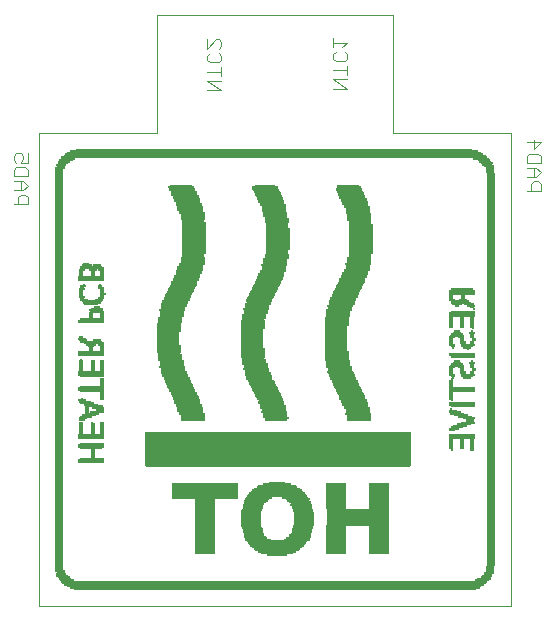
<source format=gbo>
G75*
%MOIN*%
%OFA0B0*%
%FSLAX24Y24*%
%IPPOS*%
%LPD*%
%AMOC8*
5,1,8,0,0,1.08239X$1,22.5*
%
%ADD10C,0.0039*%
%ADD11R,1.3398X0.0050*%
%ADD12R,1.3698X0.0050*%
%ADD13R,1.3848X0.0050*%
%ADD14R,1.4048X0.0050*%
%ADD15R,1.4148X0.0050*%
%ADD16R,1.4248X0.0050*%
%ADD17R,0.0500X0.0050*%
%ADD18R,0.0400X0.0050*%
%ADD19R,0.0450X0.0050*%
%ADD20R,0.0400X0.0050*%
%ADD21R,0.0350X0.0050*%
%ADD22R,0.0400X0.0050*%
%ADD23R,0.0350X0.0050*%
%ADD24R,0.0350X0.0050*%
%ADD25R,0.0300X0.0050*%
%ADD26R,0.0300X0.0050*%
%ADD27R,0.0300X0.0050*%
%ADD28R,0.0250X0.0050*%
%ADD29R,0.0300X0.0050*%
%ADD30R,0.0650X0.0050*%
%ADD31R,0.0650X0.0050*%
%ADD32R,0.1050X0.0050*%
%ADD33R,0.0700X0.0050*%
%ADD34R,0.1250X0.0050*%
%ADD35R,0.0650X0.0050*%
%ADD36R,0.0700X0.0050*%
%ADD37R,0.1450X0.0050*%
%ADD38R,0.0700X0.0050*%
%ADD39R,0.1550X0.0050*%
%ADD40R,0.1700X0.0050*%
%ADD41R,0.1800X0.0050*%
%ADD42R,0.1850X0.0050*%
%ADD43R,0.1950X0.0050*%
%ADD44R,0.2050X0.0050*%
%ADD45R,0.0850X0.0050*%
%ADD46R,0.0750X0.0050*%
%ADD47R,0.0800X0.0050*%
%ADD48R,0.0750X0.0050*%
%ADD49R,0.0750X0.0050*%
%ADD50R,0.0700X0.0050*%
%ADD51R,0.0750X0.0050*%
%ADD52R,0.0700X0.0050*%
%ADD53R,0.0700X0.0050*%
%ADD54R,0.0700X0.0050*%
%ADD55R,0.0650X0.0050*%
%ADD56R,0.2100X0.0050*%
%ADD57R,0.0700X0.0050*%
%ADD58R,0.2100X0.0050*%
%ADD59R,0.2100X0.0050*%
%ADD60R,0.2100X0.0050*%
%ADD61R,0.0800X0.0050*%
%ADD62R,0.0750X0.0050*%
%ADD63R,0.0800X0.0050*%
%ADD64R,0.0800X0.0050*%
%ADD65R,0.2200X0.0050*%
%ADD66R,0.0850X0.0050*%
%ADD67R,0.2050X0.0050*%
%ADD68R,0.2200X0.0050*%
%ADD69R,0.1950X0.0050*%
%ADD70R,0.2200X0.0050*%
%ADD71R,0.1750X0.0050*%
%ADD72R,0.2200X0.0050*%
%ADD73R,0.1650X0.0050*%
%ADD74R,0.1550X0.0050*%
%ADD75R,0.1350X0.0050*%
%ADD76R,0.0950X0.0050*%
%ADD77R,0.0550X0.0050*%
%ADD78R,0.8799X0.0050*%
%ADD79R,0.8899X0.0050*%
%ADD80R,0.0850X0.0050*%
%ADD81R,0.8899X0.0050*%
%ADD82R,0.8899X0.0050*%
%ADD83R,0.0150X0.0050*%
%ADD84R,0.8899X0.0050*%
%ADD85R,0.0150X0.0050*%
%ADD86R,0.0150X0.0050*%
%ADD87R,0.0100X0.0050*%
%ADD88R,0.0150X0.0050*%
%ADD89R,0.0150X0.0050*%
%ADD90R,0.0850X0.0050*%
%ADD91R,0.0150X0.0050*%
%ADD92R,0.0850X0.0050*%
%ADD93R,0.0150X0.0050*%
%ADD94R,0.0200X0.0050*%
%ADD95R,0.0350X0.0050*%
%ADD96R,0.0450X0.0050*%
%ADD97R,0.0100X0.0050*%
%ADD98R,0.0200X0.0050*%
%ADD99R,0.0800X0.0050*%
%ADD100R,0.0800X0.0050*%
%ADD101R,0.0800X0.0050*%
%ADD102R,0.0400X0.0050*%
%ADD103R,0.0800X0.0050*%
%ADD104R,0.0450X0.0050*%
%ADD105R,0.0500X0.0050*%
%ADD106R,0.0500X0.0050*%
%ADD107R,0.0450X0.0050*%
%ADD108R,0.0850X0.0050*%
%ADD109R,0.0250X0.0050*%
%ADD110R,0.0250X0.0050*%
%ADD111R,0.0850X0.0050*%
%ADD112R,0.0050X0.0050*%
%ADD113R,0.0600X0.0050*%
%ADD114R,0.0450X0.0050*%
%ADD115R,0.0850X0.0050*%
%ADD116R,0.0250X0.0050*%
%ADD117R,0.0100X0.0050*%
%ADD118R,0.0100X0.0050*%
%ADD119R,0.0900X0.0050*%
%ADD120R,0.0900X0.0050*%
%ADD121R,0.0900X0.0050*%
%ADD122R,0.0900X0.0050*%
%ADD123R,0.0900X0.0050*%
%ADD124R,0.0100X0.0050*%
%ADD125R,0.0050X0.0050*%
%ADD126R,0.0200X0.0050*%
%ADD127R,0.0900X0.0050*%
%ADD128R,0.0200X0.0050*%
%ADD129R,0.0200X0.0050*%
%ADD130R,0.0150X0.0050*%
%ADD131R,0.0200X0.0050*%
%ADD132R,0.0450X0.0050*%
%ADD133R,0.0050X0.0050*%
%ADD134R,0.0050X0.0050*%
%ADD135R,0.0200X0.0050*%
%ADD136R,0.0200X0.0050*%
%ADD137R,0.0750X0.0050*%
%ADD138R,0.0400X0.0050*%
%ADD139R,0.0500X0.0050*%
%ADD140R,0.0450X0.0050*%
%ADD141R,0.0600X0.0050*%
%ADD142R,0.0600X0.0050*%
%ADD143R,0.0250X0.0050*%
%ADD144R,0.0750X0.0050*%
%ADD145R,0.0400X0.0050*%
%ADD146R,0.0550X0.0050*%
%ADD147R,1.4098X0.0050*%
%ADD148R,1.3948X0.0050*%
%ADD149R,1.3648X0.0050*%
%ADD150R,1.3248X0.0050*%
%ADD151C,0.0040*%
D10*
X001158Y000120D02*
X016906Y000120D01*
X016906Y015868D01*
X012969Y015868D01*
X012969Y019805D01*
X005095Y019805D01*
X005095Y015868D01*
X001158Y015868D01*
X001158Y000120D01*
D11*
X009032Y000670D03*
D12*
X009032Y000720D03*
D13*
X009007Y000770D03*
X009007Y015218D03*
D14*
X009007Y000820D03*
D15*
X009007Y000870D03*
D16*
X009007Y000920D03*
X009007Y015068D03*
D17*
X002133Y015018D03*
X002083Y000970D03*
X015332Y006169D03*
X015932Y000970D03*
D18*
X015482Y006369D03*
X015082Y008169D03*
X015432Y008769D03*
X003133Y006719D03*
X002033Y001020D03*
D19*
X002058Y014968D03*
X016007Y001020D03*
D20*
X015082Y006069D03*
X016032Y014918D03*
X002683Y006919D03*
X001983Y001070D03*
X001983Y014918D03*
D21*
X002908Y008819D03*
X015107Y010168D03*
X015507Y010168D03*
X016157Y014768D03*
X016157Y001220D03*
X016057Y001070D03*
D22*
X015432Y007769D03*
X016082Y014868D03*
X001933Y001120D03*
D23*
X001958Y014868D03*
X016107Y001120D03*
D24*
X016107Y014818D03*
X002758Y011468D03*
X001858Y014718D03*
X001908Y014818D03*
X001858Y001270D03*
X001908Y001170D03*
D25*
X001833Y001370D03*
X001833Y001520D03*
X001833Y001869D03*
X001833Y002019D03*
X001833Y002119D03*
X001833Y002219D03*
X001833Y002369D03*
X001833Y002469D03*
X001833Y002619D03*
X001833Y002969D03*
X001833Y003069D03*
X001833Y003219D03*
X001833Y003319D03*
X001833Y003469D03*
X001833Y003569D03*
X001833Y003919D03*
X001833Y004069D03*
X001833Y004169D03*
X001833Y004319D03*
X001833Y004419D03*
X001833Y004519D03*
X001833Y004669D03*
X001833Y005019D03*
X001833Y005169D03*
X001833Y005269D03*
X001833Y005369D03*
X001833Y005519D03*
X001833Y005619D03*
X001833Y005769D03*
X001833Y006119D03*
X001833Y006219D03*
X001833Y006369D03*
X001833Y006469D03*
X001833Y006619D03*
X001833Y006719D03*
X001833Y007069D03*
X001833Y007219D03*
X001833Y007319D03*
X001833Y007469D03*
X001833Y007569D03*
X001833Y007669D03*
X001833Y007819D03*
X001833Y008169D03*
X001833Y008319D03*
X001833Y008419D03*
X001833Y008519D03*
X001833Y008669D03*
X001833Y008769D03*
X001833Y008919D03*
X001833Y009269D03*
X001833Y009369D03*
X001833Y009519D03*
X001833Y009618D03*
X001833Y009768D03*
X001833Y009868D03*
X001833Y010218D03*
X001833Y010368D03*
X001833Y010468D03*
X001833Y010618D03*
X001833Y010718D03*
X001833Y010818D03*
X001833Y010968D03*
X001833Y011318D03*
X001833Y011468D03*
X001833Y011568D03*
X001833Y011668D03*
X001833Y011818D03*
X001833Y011918D03*
X001833Y012068D03*
X001833Y012418D03*
X001833Y012518D03*
X001833Y012668D03*
X001833Y012768D03*
X001833Y012918D03*
X001833Y013018D03*
X001833Y013368D03*
X001833Y013518D03*
X001833Y013618D03*
X001833Y013768D03*
X001833Y013868D03*
X001833Y013968D03*
X001833Y014118D03*
X001833Y014468D03*
X001833Y014618D03*
X003183Y006619D03*
X002633Y006369D03*
X016132Y001170D03*
X016182Y001270D03*
X016182Y001370D03*
X016232Y001520D03*
X016232Y001869D03*
X016232Y002019D03*
X016232Y002119D03*
X016232Y002219D03*
X016232Y002369D03*
X016232Y002469D03*
X016232Y002619D03*
X016232Y002969D03*
X016232Y003069D03*
X016232Y003219D03*
X016232Y003319D03*
X016232Y003469D03*
X016232Y003569D03*
X016232Y003919D03*
X016232Y004069D03*
X016232Y004169D03*
X016232Y004319D03*
X016232Y004419D03*
X016232Y004519D03*
X016232Y004669D03*
X016232Y005019D03*
X016232Y005169D03*
X016232Y005269D03*
X016232Y005369D03*
X016232Y005519D03*
X016232Y005619D03*
X016232Y005769D03*
X016232Y006119D03*
X016232Y006219D03*
X016232Y006369D03*
X016232Y006469D03*
X016232Y006619D03*
X016232Y006719D03*
X016232Y007069D03*
X016232Y007219D03*
X016232Y007319D03*
X016232Y007469D03*
X016232Y007569D03*
X016232Y007669D03*
X016232Y007819D03*
X016232Y008169D03*
X016232Y008319D03*
X016232Y008419D03*
X016232Y008519D03*
X016232Y008669D03*
X016232Y008769D03*
X016232Y008919D03*
X016232Y009269D03*
X016232Y009369D03*
X016232Y009519D03*
X016232Y009618D03*
X016232Y009768D03*
X016232Y009868D03*
X016232Y010218D03*
X016232Y010368D03*
X016232Y010468D03*
X016232Y010618D03*
X016232Y010718D03*
X016232Y010818D03*
X016232Y010968D03*
X016232Y011318D03*
X016232Y011468D03*
X016232Y011568D03*
X016232Y011668D03*
X016232Y011818D03*
X016232Y011918D03*
X016232Y012068D03*
X016232Y012418D03*
X016232Y012518D03*
X016232Y012668D03*
X016232Y012768D03*
X016232Y012918D03*
X016232Y013018D03*
X016232Y013368D03*
X016232Y013518D03*
X016232Y013618D03*
X016232Y013768D03*
X016232Y013868D03*
X016232Y013968D03*
X016232Y014118D03*
X016232Y014468D03*
X016182Y014618D03*
X016182Y014718D03*
D26*
X016232Y014418D03*
X016232Y014318D03*
X016232Y014268D03*
X016232Y014168D03*
X016232Y014018D03*
X016232Y013818D03*
X016232Y013668D03*
X016232Y013468D03*
X016232Y013318D03*
X016232Y013218D03*
X016232Y013168D03*
X016232Y013068D03*
X016232Y012868D03*
X016232Y012718D03*
X016232Y012568D03*
X016232Y012368D03*
X016232Y012268D03*
X016232Y012218D03*
X016232Y012118D03*
X016232Y011968D03*
X016232Y011768D03*
X016232Y011618D03*
X016232Y011418D03*
X016232Y011268D03*
X016232Y011168D03*
X016232Y011118D03*
X016232Y011018D03*
X016232Y010868D03*
X016232Y010668D03*
X016232Y010518D03*
X016232Y010318D03*
X016232Y010168D03*
X016232Y010068D03*
X016232Y010018D03*
X016232Y009918D03*
X016232Y009718D03*
X016232Y009569D03*
X016232Y009419D03*
X016232Y009219D03*
X016232Y009119D03*
X016232Y009069D03*
X016232Y008969D03*
X016232Y008819D03*
X016232Y008619D03*
X016232Y008469D03*
X016232Y008269D03*
X016232Y008119D03*
X016232Y008019D03*
X016232Y007969D03*
X016232Y007869D03*
X016232Y007719D03*
X016232Y007519D03*
X016232Y007369D03*
X016232Y007169D03*
X016232Y007019D03*
X016232Y006919D03*
X016232Y006869D03*
X016232Y006769D03*
X016232Y006569D03*
X016232Y006419D03*
X016232Y006269D03*
X016232Y006069D03*
X016232Y005969D03*
X016232Y005919D03*
X016232Y005819D03*
X016232Y005669D03*
X016232Y005469D03*
X016232Y005319D03*
X016232Y005119D03*
X016232Y004969D03*
X016232Y004869D03*
X016232Y004819D03*
X016232Y004719D03*
X016232Y004569D03*
X016232Y004369D03*
X016232Y004219D03*
X016232Y004019D03*
X016232Y003869D03*
X016232Y003769D03*
X016232Y003719D03*
X016232Y003619D03*
X016232Y003419D03*
X016232Y003269D03*
X016232Y003119D03*
X016232Y002919D03*
X016232Y002819D03*
X016232Y002769D03*
X016232Y002669D03*
X016232Y002519D03*
X016232Y002319D03*
X016232Y002169D03*
X016232Y001969D03*
X016232Y001819D03*
X016232Y001719D03*
X016232Y001669D03*
X016232Y001570D03*
X015532Y006269D03*
X015432Y007719D03*
X015082Y009219D03*
X002633Y008969D03*
X001833Y008969D03*
X001833Y009069D03*
X001833Y009119D03*
X001833Y009219D03*
X001833Y009419D03*
X001833Y009569D03*
X001833Y009718D03*
X001833Y009918D03*
X001833Y010018D03*
X001833Y010068D03*
X001833Y010168D03*
X001833Y010318D03*
X001833Y010518D03*
X001833Y010668D03*
X001833Y010868D03*
X001833Y011018D03*
X001833Y011118D03*
X001833Y011168D03*
X001833Y011268D03*
X001833Y011418D03*
X001833Y011618D03*
X001833Y011768D03*
X001833Y011968D03*
X001833Y012118D03*
X001833Y012218D03*
X001833Y012268D03*
X001833Y012368D03*
X001833Y012568D03*
X001833Y012718D03*
X001833Y012868D03*
X001833Y013068D03*
X001833Y013168D03*
X001833Y013218D03*
X001833Y013318D03*
X001833Y013468D03*
X001833Y013668D03*
X001833Y013818D03*
X001833Y014018D03*
X001833Y014168D03*
X001833Y014268D03*
X001833Y014318D03*
X001833Y014418D03*
X001833Y014568D03*
X001883Y014768D03*
X001833Y008819D03*
X001833Y008619D03*
X001833Y008469D03*
X001833Y008269D03*
X001833Y008119D03*
X001833Y008019D03*
X001833Y007969D03*
X001833Y007869D03*
X001833Y007719D03*
X001833Y007519D03*
X001833Y007369D03*
X001833Y007169D03*
X001833Y007019D03*
X001833Y006919D03*
X001833Y006869D03*
X001833Y006769D03*
X001833Y006569D03*
X001833Y006419D03*
X001833Y006269D03*
X001833Y006069D03*
X001833Y005969D03*
X001833Y005919D03*
X001833Y005819D03*
X001833Y005669D03*
X001833Y005469D03*
X001833Y005319D03*
X001833Y005119D03*
X001833Y004969D03*
X001833Y004869D03*
X001833Y004819D03*
X001833Y004719D03*
X001833Y004569D03*
X001833Y004369D03*
X001833Y004219D03*
X001833Y004019D03*
X001833Y003869D03*
X001833Y003769D03*
X001833Y003719D03*
X001833Y003619D03*
X001833Y003419D03*
X001833Y003269D03*
X001833Y003119D03*
X001833Y002919D03*
X001833Y002819D03*
X001833Y002769D03*
X001833Y002669D03*
X001833Y002519D03*
X001833Y002319D03*
X001833Y002169D03*
X001833Y001969D03*
X001833Y001819D03*
X001833Y001719D03*
X001833Y001669D03*
X001833Y001570D03*
X001833Y001420D03*
X001883Y001220D03*
D27*
X001833Y001320D03*
X001833Y001470D03*
X001833Y001919D03*
X001833Y002069D03*
X001833Y002269D03*
X001833Y002419D03*
X001833Y002569D03*
X001833Y003019D03*
X001833Y003169D03*
X001833Y003369D03*
X001833Y003519D03*
X001833Y003969D03*
X001833Y004119D03*
X001833Y004269D03*
X001833Y004469D03*
X001833Y004619D03*
X001833Y005069D03*
X001833Y005219D03*
X001833Y005419D03*
X001833Y005569D03*
X001833Y005719D03*
X001833Y006169D03*
X001833Y006319D03*
X001833Y006519D03*
X001833Y006669D03*
X001833Y007119D03*
X001833Y007269D03*
X001833Y007419D03*
X001833Y007619D03*
X001833Y007769D03*
X001833Y008219D03*
X001833Y008369D03*
X001833Y008569D03*
X001833Y008719D03*
X001833Y008869D03*
X001833Y009319D03*
X001833Y009469D03*
X001833Y009668D03*
X001833Y009818D03*
X001833Y010268D03*
X001833Y010418D03*
X001833Y010568D03*
X001833Y010768D03*
X001833Y010918D03*
X001833Y011368D03*
X001833Y011518D03*
X001833Y011718D03*
X001833Y011868D03*
X001833Y012018D03*
X001833Y012468D03*
X001833Y012618D03*
X001833Y012818D03*
X001833Y012968D03*
X001833Y013418D03*
X001833Y013568D03*
X001833Y013718D03*
X001833Y013918D03*
X001833Y014068D03*
X001833Y014518D03*
X001833Y014668D03*
X015082Y008219D03*
X015432Y008719D03*
X016232Y008719D03*
X016232Y008869D03*
X016232Y008569D03*
X016232Y008369D03*
X016232Y008219D03*
X016232Y007769D03*
X016232Y007619D03*
X016232Y007419D03*
X016232Y007269D03*
X016232Y007119D03*
X016232Y006669D03*
X016232Y006519D03*
X016232Y006319D03*
X016232Y006169D03*
X016232Y005719D03*
X016232Y005569D03*
X016232Y005419D03*
X016232Y005219D03*
X016232Y005069D03*
X016232Y004619D03*
X016232Y004469D03*
X016232Y004269D03*
X016232Y004119D03*
X016232Y003969D03*
X016232Y003519D03*
X016232Y003369D03*
X016232Y003169D03*
X016232Y003019D03*
X016232Y002569D03*
X016232Y002419D03*
X016232Y002269D03*
X016232Y002069D03*
X016232Y001919D03*
X016232Y001470D03*
X016182Y001320D03*
X015532Y006319D03*
X016232Y009319D03*
X016232Y009469D03*
X016232Y009668D03*
X016232Y009818D03*
X016232Y010268D03*
X016232Y010418D03*
X016232Y010568D03*
X016232Y010768D03*
X016232Y010918D03*
X016232Y011368D03*
X016232Y011518D03*
X016232Y011718D03*
X016232Y011868D03*
X016232Y012018D03*
X016232Y012468D03*
X016232Y012618D03*
X016232Y012818D03*
X016232Y012968D03*
X016232Y013418D03*
X016232Y013568D03*
X016232Y013718D03*
X016232Y013918D03*
X016232Y014068D03*
X016232Y014518D03*
X016182Y014668D03*
D28*
X016207Y014568D03*
X016207Y001420D03*
X003108Y008969D03*
X003158Y010318D03*
X002658Y010318D03*
D29*
X001833Y010118D03*
X001833Y009968D03*
X001833Y009169D03*
X001833Y009019D03*
X001833Y008069D03*
X001833Y007919D03*
X001833Y006969D03*
X001833Y006819D03*
X001833Y006019D03*
X001833Y005869D03*
X001833Y004919D03*
X001833Y004769D03*
X001833Y003819D03*
X001833Y003669D03*
X001833Y002869D03*
X001833Y002719D03*
X001833Y001769D03*
X001833Y001619D03*
X001833Y011068D03*
X001833Y011218D03*
X001833Y012168D03*
X001833Y012318D03*
X001833Y013118D03*
X001833Y013268D03*
X001833Y014218D03*
X001833Y014368D03*
X016232Y014368D03*
X016232Y014218D03*
X016232Y013268D03*
X016232Y013118D03*
X016232Y012318D03*
X016232Y012168D03*
X016232Y011218D03*
X016232Y011068D03*
X016232Y010118D03*
X016232Y009968D03*
X016232Y009169D03*
X016232Y009019D03*
X016232Y008069D03*
X016232Y007919D03*
X016232Y006969D03*
X016232Y006819D03*
X016232Y006019D03*
X016232Y005869D03*
X016232Y004919D03*
X016232Y004769D03*
X016232Y003819D03*
X016232Y003669D03*
X016232Y002869D03*
X016232Y002719D03*
X016232Y001769D03*
X016232Y001619D03*
D30*
X012507Y001969D03*
X012507Y002169D03*
X012507Y002319D03*
X012507Y002519D03*
X012507Y002669D03*
X012507Y002769D03*
X012507Y003419D03*
X012507Y003619D03*
X012507Y003719D03*
X012507Y003769D03*
X012507Y003869D03*
X012507Y004019D03*
X011057Y004019D03*
X011057Y003869D03*
X011057Y003769D03*
X011057Y003719D03*
X011057Y003619D03*
X011057Y003419D03*
X011057Y002769D03*
X011057Y002669D03*
X011057Y002519D03*
X011057Y002319D03*
X011057Y002169D03*
X011057Y001969D03*
X009957Y002769D03*
X009957Y003269D03*
X009107Y001819D03*
D31*
X008257Y003319D03*
X009957Y003319D03*
X011057Y003469D03*
X011057Y003569D03*
X011057Y003919D03*
X011057Y004069D03*
X011057Y004169D03*
X011057Y002619D03*
X011057Y002469D03*
X011057Y002369D03*
X011057Y002219D03*
X011057Y002119D03*
X011057Y002019D03*
X011057Y001869D03*
X012507Y001869D03*
X012507Y002019D03*
X012507Y002119D03*
X012507Y002219D03*
X012507Y002369D03*
X012507Y002469D03*
X012507Y002619D03*
X012507Y003469D03*
X012507Y003569D03*
X012507Y003919D03*
X012507Y004069D03*
X012507Y004169D03*
X006708Y001869D03*
D32*
X009107Y001869D03*
D33*
X008232Y003019D03*
X008232Y003169D03*
X006683Y003169D03*
X006683Y003019D03*
X006683Y003369D03*
X006683Y003519D03*
X006683Y002569D03*
X006683Y002419D03*
X006683Y002269D03*
X006683Y002069D03*
X006683Y001919D03*
D34*
X009107Y001919D03*
X009107Y004119D03*
D35*
X011057Y004119D03*
X011057Y003969D03*
X011057Y003519D03*
X011057Y003369D03*
X011057Y002569D03*
X011057Y002419D03*
X011057Y002269D03*
X011057Y002069D03*
X011057Y001919D03*
X012507Y001919D03*
X012507Y002069D03*
X012507Y002269D03*
X012507Y002419D03*
X012507Y002569D03*
X012507Y003369D03*
X012507Y003519D03*
X012507Y003969D03*
X012507Y004119D03*
D36*
X008232Y003269D03*
X008232Y003119D03*
X008232Y002919D03*
X008232Y002819D03*
X008232Y002769D03*
X006683Y002769D03*
X006683Y002819D03*
X006683Y002919D03*
X006683Y003119D03*
X006683Y003269D03*
X006683Y003419D03*
X006683Y003619D03*
X006683Y002669D03*
X006683Y002519D03*
X006683Y002319D03*
X006683Y002169D03*
X006683Y001969D03*
D37*
X009107Y001969D03*
D38*
X008232Y002969D03*
X008232Y003069D03*
X008232Y003219D03*
X006683Y003219D03*
X006683Y003319D03*
X006683Y003469D03*
X006683Y003569D03*
X006683Y003069D03*
X006683Y002969D03*
X006683Y002619D03*
X006683Y002469D03*
X006683Y002369D03*
X006683Y002219D03*
X006683Y002119D03*
X006683Y002019D03*
D39*
X009107Y002019D03*
D40*
X009082Y002069D03*
D41*
X009082Y002119D03*
D42*
X009107Y002169D03*
X009107Y003869D03*
D43*
X009107Y002219D03*
D44*
X009107Y002269D03*
D45*
X009757Y002319D03*
X008457Y002319D03*
X008507Y003719D03*
X008957Y006769D03*
X008907Y006869D03*
X008907Y006919D03*
X008857Y007019D03*
X008607Y007519D03*
X008507Y007719D03*
X008457Y007869D03*
X008457Y010168D03*
X008507Y010318D03*
X008607Y010518D03*
X008857Y011018D03*
X008907Y011118D03*
X008907Y011168D03*
X008957Y011268D03*
X008957Y013468D03*
X008857Y013668D03*
X008807Y013818D03*
X006258Y013218D03*
X006108Y013668D03*
X006008Y013818D03*
X006108Y011118D03*
X006058Y011018D03*
X005758Y010318D03*
X005658Y010168D03*
X005658Y007869D03*
X005758Y007719D03*
X006008Y007169D03*
X006058Y007019D03*
X006108Y006919D03*
X006108Y006869D03*
X002908Y007369D03*
X002908Y007869D03*
X002908Y008469D03*
X002908Y009569D03*
X002908Y011018D03*
X002908Y005819D03*
X002908Y005469D03*
X002908Y004969D03*
X011307Y007719D03*
X011457Y007369D03*
X011607Y007019D03*
X011657Y006919D03*
X011707Y006869D03*
X011307Y010318D03*
X011457Y010668D03*
X011607Y011018D03*
X011657Y011118D03*
X011707Y011168D03*
X011657Y013668D03*
X015257Y010518D03*
X015257Y008469D03*
X015257Y007369D03*
X015257Y006869D03*
X015257Y005819D03*
D46*
X009907Y003469D03*
X008357Y003569D03*
X008407Y002369D03*
X005508Y008519D03*
X009107Y011918D03*
X009107Y012768D03*
X011457Y014118D03*
X011857Y012918D03*
X011857Y011818D03*
X005908Y014118D03*
D47*
X006283Y013018D03*
X006333Y012768D03*
X006333Y012668D03*
X006333Y012518D03*
X006333Y012418D03*
X006333Y012068D03*
X006333Y011918D03*
X006283Y011668D03*
X006283Y011568D03*
X005483Y009519D03*
X005483Y009369D03*
X005483Y009269D03*
X005483Y008769D03*
X005483Y008669D03*
X006283Y006469D03*
X006283Y006369D03*
X008282Y008419D03*
X008282Y008519D03*
X008282Y008669D03*
X008282Y009369D03*
X008282Y009519D03*
X008282Y009618D03*
X008482Y010218D03*
X009132Y012068D03*
X009132Y012418D03*
X009132Y012518D03*
X009132Y012668D03*
X008932Y013518D03*
X011782Y013368D03*
X011782Y011468D03*
X011132Y009868D03*
X011132Y009768D03*
X011082Y009618D03*
X011082Y009519D03*
X011082Y008519D03*
X011082Y008419D03*
X011082Y008319D03*
X011132Y008169D03*
X011782Y006619D03*
X009782Y002369D03*
X002933Y005019D03*
X002933Y005519D03*
D48*
X008307Y008369D03*
X008307Y009668D03*
X009107Y011868D03*
X009107Y012818D03*
X009057Y006319D03*
X008357Y002419D03*
D49*
X009857Y002419D03*
X011057Y008719D03*
X011057Y008869D03*
X011057Y009319D03*
X008257Y009319D03*
X008257Y008869D03*
X008257Y008719D03*
X005458Y008869D03*
X006308Y012968D03*
D50*
X008682Y014118D03*
X015232Y010218D03*
X009982Y003219D03*
X009982Y003069D03*
X009982Y002969D03*
X009932Y002619D03*
X008332Y002469D03*
X008282Y002619D03*
X008282Y003469D03*
D51*
X009857Y003569D03*
X009857Y002469D03*
X011057Y008669D03*
X011057Y008769D03*
X011057Y008919D03*
X011057Y009269D03*
X011057Y009369D03*
X008257Y009269D03*
X008257Y008919D03*
X008257Y008769D03*
X005458Y008919D03*
X002908Y008919D03*
X002908Y005369D03*
X006308Y011818D03*
X006308Y012918D03*
D52*
X008282Y003419D03*
X008282Y002669D03*
X008332Y002519D03*
X009882Y002519D03*
X009932Y002669D03*
X009982Y002819D03*
X009982Y002919D03*
X009982Y003119D03*
X009932Y003419D03*
D53*
X009932Y003369D03*
X009882Y003519D03*
X009982Y003169D03*
X009982Y003019D03*
X009932Y002569D03*
X008282Y002569D03*
X008282Y003369D03*
X008332Y003519D03*
X002983Y008869D03*
X002933Y010268D03*
D54*
X006683Y003669D03*
X006683Y002869D03*
X006683Y002719D03*
X008232Y002869D03*
D55*
X008257Y002719D03*
X009957Y002719D03*
X011057Y002719D03*
X011057Y003669D03*
X011057Y003819D03*
X012507Y003819D03*
X012507Y003669D03*
X012507Y002719D03*
D56*
X011782Y002819D03*
X011782Y002919D03*
X011782Y003119D03*
X011782Y003269D03*
D57*
X009982Y002869D03*
D58*
X011782Y002869D03*
D59*
X011782Y002969D03*
X011782Y003069D03*
X011782Y003219D03*
X011782Y003319D03*
D60*
X011782Y003169D03*
X011782Y003019D03*
D61*
X011832Y006419D03*
X011182Y007969D03*
X011182Y008019D03*
X011182Y010018D03*
X011182Y010068D03*
X011832Y011618D03*
X011882Y011968D03*
X011882Y012118D03*
X011882Y012218D03*
X011882Y012268D03*
X011882Y012368D03*
X011882Y012568D03*
X011882Y012718D03*
X011832Y013068D03*
X011832Y013168D03*
X009082Y011768D03*
X009032Y011618D03*
X008982Y011418D03*
X008432Y010068D03*
X008382Y009918D03*
X008332Y009718D03*
X008332Y008269D03*
X008382Y008119D03*
X008432Y007969D03*
X009032Y006419D03*
X008382Y003619D03*
X006233Y006569D03*
X005633Y007969D03*
X005633Y008019D03*
X005583Y008119D03*
X005583Y008269D03*
X005533Y008469D03*
X005533Y009569D03*
X005533Y009718D03*
X005583Y009918D03*
X005633Y010018D03*
X005633Y010068D03*
X006133Y011168D03*
X009032Y013168D03*
X009032Y013218D03*
X008982Y013318D03*
X015282Y009918D03*
X015282Y006769D03*
D62*
X011057Y008619D03*
X011057Y008819D03*
X011057Y008969D03*
X011057Y009069D03*
X011057Y009119D03*
X011057Y009219D03*
X011057Y009419D03*
X008257Y009219D03*
X008257Y009119D03*
X008257Y009069D03*
X008257Y008969D03*
X008257Y008819D03*
X005458Y008819D03*
X005458Y008969D03*
X005458Y009069D03*
X005458Y009119D03*
X005458Y009219D03*
X006308Y011768D03*
X002908Y011418D03*
X009807Y003619D03*
D63*
X008432Y003669D03*
X008432Y007919D03*
X008382Y008069D03*
X008382Y009968D03*
X008432Y010118D03*
X009032Y013118D03*
X008982Y013268D03*
X006233Y013268D03*
X011832Y013118D03*
X011882Y012318D03*
X011882Y012168D03*
D64*
X011782Y013268D03*
X009132Y012318D03*
X009132Y012168D03*
X008932Y011218D03*
X006333Y012168D03*
X006333Y012318D03*
X006283Y013118D03*
X008882Y006969D03*
X008932Y006819D03*
X009782Y003669D03*
D65*
X006683Y003719D03*
X006683Y003769D03*
X006683Y003869D03*
X006683Y004019D03*
D66*
X006158Y006769D03*
X005908Y007369D03*
X008407Y008019D03*
X009007Y006569D03*
X011557Y007169D03*
X011257Y010168D03*
X011557Y010868D03*
X011557Y013818D03*
X008707Y014018D03*
X006208Y013318D03*
X006158Y013468D03*
X006208Y011418D03*
X006158Y011268D03*
X005908Y010668D03*
X008407Y010018D03*
X009707Y003719D03*
D67*
X009107Y003769D03*
D68*
X006683Y003819D03*
D69*
X009107Y003819D03*
D70*
X006683Y003919D03*
X006683Y004069D03*
X006683Y004169D03*
D71*
X009107Y003919D03*
D72*
X006683Y003969D03*
X006683Y004119D03*
D73*
X009107Y003969D03*
D74*
X009107Y004019D03*
D75*
X009107Y004069D03*
D76*
X009107Y004169D03*
D77*
X009107Y004219D03*
D78*
X009132Y004769D03*
D79*
X009132Y004819D03*
X009132Y004869D03*
X009132Y004969D03*
X009132Y005119D03*
X009132Y005319D03*
X009132Y005469D03*
X009132Y005669D03*
X009132Y005819D03*
D80*
X011157Y008069D03*
X011657Y006969D03*
X011707Y006819D03*
X011157Y009968D03*
X011657Y011068D03*
X011707Y011218D03*
X008857Y011068D03*
X006108Y011068D03*
X005658Y010118D03*
X005658Y007919D03*
X006108Y006969D03*
X002908Y007919D03*
X002908Y004919D03*
X002908Y011068D03*
X015257Y006819D03*
D81*
X009132Y005869D03*
X009132Y004919D03*
D82*
X009132Y005019D03*
X009132Y005169D03*
X009132Y005269D03*
X009132Y005369D03*
X009132Y005519D03*
X009132Y005619D03*
X009132Y005769D03*
D83*
X014907Y005569D03*
X014907Y005419D03*
X014907Y007119D03*
X014907Y007419D03*
X014907Y007619D03*
X014907Y008869D03*
X014907Y009469D03*
X014907Y009668D03*
X014907Y010418D03*
X003258Y010418D03*
X003258Y010568D03*
X003208Y010768D03*
X002558Y010568D03*
X002908Y009818D03*
X003258Y009818D03*
X003258Y008719D03*
X002908Y008719D03*
X002958Y008219D03*
X003258Y008219D03*
X003258Y007619D03*
X003258Y007119D03*
X003258Y006169D03*
X002958Y006169D03*
X002558Y006169D03*
X002958Y005219D03*
X002958Y005069D03*
X002558Y008219D03*
D84*
X009132Y005719D03*
X009132Y005569D03*
X009132Y005419D03*
X009132Y005219D03*
X009132Y005069D03*
D85*
X014907Y005469D03*
X014907Y005669D03*
X014907Y007019D03*
X014907Y007169D03*
X014907Y007519D03*
X014907Y007869D03*
X014907Y007969D03*
X014907Y008019D03*
X014907Y008969D03*
X014907Y009419D03*
X014907Y009569D03*
X014907Y009718D03*
X003258Y009718D03*
X002908Y009718D03*
X002558Y009069D03*
X002908Y008619D03*
X003258Y008619D03*
X003258Y008269D03*
X003258Y008119D03*
X003258Y008019D03*
X003258Y007969D03*
X002958Y007969D03*
X002958Y008019D03*
X002958Y008119D03*
X002958Y008269D03*
X002558Y008269D03*
X002558Y008119D03*
X002558Y008019D03*
X002558Y007969D03*
X003258Y007519D03*
X003258Y007169D03*
X003258Y007019D03*
X003258Y006069D03*
X003258Y005969D03*
X003258Y005919D03*
X002958Y005919D03*
X002958Y005969D03*
X002958Y006069D03*
X002558Y006069D03*
X002558Y005969D03*
X002558Y005919D03*
X002958Y005319D03*
X002958Y005119D03*
X002558Y010518D03*
X002558Y011118D03*
X002558Y011168D03*
X002558Y011268D03*
X002958Y011268D03*
X002958Y011168D03*
X002958Y011118D03*
X003258Y011118D03*
X003258Y011168D03*
X003258Y011268D03*
X003258Y010668D03*
D86*
X003258Y010618D03*
X003258Y010468D03*
X003258Y009868D03*
X003258Y009768D03*
X002908Y009768D03*
X002908Y009868D03*
X002608Y010368D03*
X002558Y010468D03*
X002558Y010618D03*
X002608Y010718D03*
X003258Y008769D03*
X003258Y008669D03*
X002908Y008669D03*
X002958Y008169D03*
X003258Y008169D03*
X003258Y007669D03*
X003258Y007569D03*
X003258Y007469D03*
X003258Y007219D03*
X003258Y007069D03*
X003258Y006219D03*
X003258Y006119D03*
X002958Y006119D03*
X002558Y006119D03*
X002558Y006219D03*
X002958Y005269D03*
X002958Y005169D03*
X002558Y008169D03*
X014907Y007569D03*
X014907Y007469D03*
X014907Y007219D03*
X014907Y007069D03*
X014907Y005619D03*
X014907Y005519D03*
X014907Y005369D03*
X014907Y008919D03*
X014907Y009519D03*
X014907Y009618D03*
X014907Y010368D03*
X014907Y010468D03*
D87*
X015582Y008269D03*
X014932Y005319D03*
D88*
X015257Y005469D03*
X015257Y005669D03*
X015607Y005669D03*
X015607Y005469D03*
X015607Y005319D03*
X015607Y007869D03*
X015657Y007969D03*
X015657Y008019D03*
X015607Y008119D03*
X015257Y008019D03*
X015257Y007969D03*
X015257Y008969D03*
X015607Y009069D03*
X015607Y009119D03*
X015657Y008969D03*
X015607Y009419D03*
X015607Y009569D03*
X015607Y009718D03*
X015257Y009718D03*
X015257Y009569D03*
X015257Y009419D03*
X015607Y010068D03*
X002758Y006569D03*
D89*
X002758Y006619D03*
X002758Y006719D03*
X014957Y008769D03*
X015607Y008919D03*
X015607Y009519D03*
X015607Y009618D03*
X015257Y009618D03*
X015257Y009519D03*
X015307Y010368D03*
X015307Y010468D03*
X015607Y008169D03*
X015607Y005619D03*
X015607Y005519D03*
X015607Y005369D03*
X015257Y005369D03*
X015257Y005519D03*
X015257Y005619D03*
D90*
X015257Y005719D03*
X015257Y007269D03*
X015257Y009818D03*
X015257Y010568D03*
X011807Y011518D03*
X011407Y010568D03*
X011357Y010418D03*
X008807Y010918D03*
X008557Y010418D03*
X008507Y010268D03*
X006258Y011518D03*
X006008Y010918D03*
X005958Y010768D03*
X005708Y010268D03*
X005708Y007769D03*
X006258Y006519D03*
X008507Y007769D03*
X008557Y007619D03*
X008657Y007419D03*
X008807Y007119D03*
X011357Y007619D03*
X011807Y006519D03*
X011757Y013418D03*
X011707Y013568D03*
X011607Y013718D03*
X008907Y013568D03*
X008857Y013718D03*
X006058Y013718D03*
X002908Y008569D03*
X002908Y005719D03*
X002908Y005419D03*
D91*
X002758Y006669D03*
X014957Y007769D03*
X015607Y008869D03*
X015607Y009469D03*
X015607Y009668D03*
X015257Y009668D03*
X015257Y009469D03*
X015307Y010418D03*
X015257Y005569D03*
X015257Y005419D03*
X015607Y005419D03*
X015607Y005569D03*
D92*
X015257Y005769D03*
X015257Y007319D03*
X015257Y008519D03*
X015257Y009768D03*
X015257Y009868D03*
X015257Y010618D03*
X011757Y011318D03*
X011607Y010968D03*
X011357Y010468D03*
X011307Y010368D03*
X011307Y007669D03*
X011357Y007569D03*
X011407Y007469D03*
X011607Y007069D03*
X011757Y006719D03*
X008957Y006719D03*
X008507Y007669D03*
X008457Y007819D03*
X006058Y007069D03*
X005808Y007569D03*
X005758Y007669D03*
X005708Y007819D03*
X005708Y010218D03*
X005758Y010368D03*
X005808Y010468D03*
X006058Y010968D03*
X006108Y013618D03*
X006058Y013768D03*
X008907Y013618D03*
X011607Y013768D03*
X011657Y013618D03*
X011707Y013518D03*
X008657Y010618D03*
X002908Y010968D03*
X002908Y009618D03*
X002908Y008519D03*
X002908Y007819D03*
X002908Y007319D03*
X002908Y005769D03*
D93*
X002958Y005869D03*
X002958Y006019D03*
X003258Y006019D03*
X003258Y005869D03*
X002558Y005869D03*
X002558Y006019D03*
X002558Y008069D03*
X002958Y008069D03*
X003258Y008069D03*
X003258Y011218D03*
X002958Y011218D03*
X002558Y011218D03*
X014907Y009019D03*
X015107Y010118D03*
X014907Y007919D03*
D94*
X015082Y008269D03*
X014932Y008819D03*
X014932Y009069D03*
X015232Y009069D03*
X015582Y009219D03*
X014932Y010318D03*
X014932Y005969D03*
X003283Y010518D03*
X002583Y010668D03*
X003233Y008819D03*
D95*
X015007Y006019D03*
D96*
X015207Y006119D03*
X015457Y006219D03*
X015457Y007819D03*
D97*
X002933Y006219D03*
D98*
X002583Y006319D03*
X002583Y010418D03*
X002633Y010768D03*
X015582Y008219D03*
D99*
X011782Y006669D03*
X011132Y008219D03*
X011082Y008369D03*
X011082Y008569D03*
X011082Y009469D03*
X011082Y009668D03*
X011132Y009818D03*
X011782Y011368D03*
X009132Y012018D03*
X009132Y012468D03*
X009132Y012618D03*
X006333Y012618D03*
X006333Y012468D03*
X006333Y012818D03*
X006333Y012018D03*
X006333Y011868D03*
X006283Y011718D03*
X005483Y009469D03*
X005483Y009319D03*
X005483Y008719D03*
X005483Y008569D03*
X006283Y006319D03*
X008282Y008569D03*
X008282Y009469D03*
X002933Y009668D03*
X002933Y011368D03*
X002933Y007769D03*
X002933Y007419D03*
X002933Y007269D03*
D100*
X005583Y008219D03*
X005533Y008369D03*
X005533Y009668D03*
X005583Y009818D03*
X008332Y009818D03*
X008332Y008219D03*
X008982Y006669D03*
X009032Y006519D03*
X011832Y006319D03*
X008982Y011368D03*
X009032Y011518D03*
X009082Y011718D03*
X009082Y012968D03*
X008982Y013418D03*
X011482Y014068D03*
X011832Y012968D03*
X011882Y012818D03*
X011882Y012618D03*
X011882Y012468D03*
X011882Y012018D03*
X011882Y011868D03*
X011832Y011718D03*
X006133Y013568D03*
D101*
X006233Y011468D03*
X005583Y009868D03*
X005583Y009768D03*
X005533Y009618D03*
X005533Y008419D03*
X005533Y008319D03*
X005583Y008169D03*
X008332Y008319D03*
X008332Y009768D03*
X008382Y009868D03*
X008982Y011318D03*
X009032Y011568D03*
X009032Y011668D03*
X009082Y011818D03*
X009082Y012918D03*
X009082Y013018D03*
X008982Y013368D03*
X011832Y013018D03*
X011882Y012768D03*
X011882Y012668D03*
X011882Y012518D03*
X011882Y012418D03*
X011882Y012068D03*
X011882Y011918D03*
X011832Y011668D03*
X011832Y011568D03*
X015282Y008419D03*
X011832Y006469D03*
X011832Y006369D03*
X009082Y006369D03*
X009032Y006469D03*
X008982Y006619D03*
D102*
X015032Y006569D03*
X003083Y010018D03*
X002733Y006419D03*
D103*
X005483Y008619D03*
X005483Y009419D03*
X006283Y011618D03*
X006333Y011968D03*
X006333Y012118D03*
X006333Y012218D03*
X006333Y012268D03*
X006333Y012368D03*
X006333Y012568D03*
X006333Y012718D03*
X006333Y012868D03*
X006283Y013068D03*
X006283Y013168D03*
X009132Y012568D03*
X009132Y012368D03*
X009132Y012268D03*
X009132Y012218D03*
X009132Y012118D03*
X011132Y009918D03*
X011082Y009718D03*
X011082Y009569D03*
X011082Y008469D03*
X011132Y008269D03*
X011132Y008119D03*
X011732Y006769D03*
X011782Y006569D03*
X008282Y008469D03*
X008282Y008619D03*
X008282Y009419D03*
X008282Y009569D03*
X006283Y006419D03*
X011732Y011268D03*
X011782Y011418D03*
X011782Y013218D03*
X011782Y013318D03*
X011732Y013468D03*
D104*
X015357Y006419D03*
X003108Y006569D03*
X002758Y006869D03*
D105*
X002833Y006469D03*
X015232Y006469D03*
D106*
X002933Y006519D03*
D107*
X015107Y006519D03*
D108*
X011257Y007819D03*
X011257Y010218D03*
X009007Y011468D03*
X008757Y010818D03*
X008707Y010718D03*
X006208Y011318D03*
X006208Y013368D03*
X006158Y013518D03*
X008357Y008169D03*
X008707Y007319D03*
X008757Y007219D03*
X006208Y006719D03*
X006208Y006619D03*
X005858Y007469D03*
X011557Y013868D03*
X011507Y013968D03*
D109*
X014957Y006619D03*
X003108Y011468D03*
X002958Y011318D03*
D110*
X003208Y006669D03*
D111*
X005858Y007419D03*
X006208Y006669D03*
X005858Y010568D03*
X006208Y011368D03*
X006208Y013418D03*
X005908Y014068D03*
X008707Y014068D03*
X008757Y013918D03*
X011507Y010768D03*
X011257Y010268D03*
X011257Y007769D03*
X011507Y007269D03*
D112*
X014907Y006669D03*
X014957Y008719D03*
D113*
X002983Y006769D03*
D114*
X002908Y006819D03*
D115*
X005608Y008069D03*
X006158Y006819D03*
X005608Y009968D03*
X006158Y011218D03*
X011207Y010118D03*
X011207Y007919D03*
D116*
X015557Y010118D03*
X002608Y009019D03*
X002608Y006969D03*
D117*
X014932Y006969D03*
D118*
X002583Y007019D03*
D119*
X005933Y007319D03*
X005983Y007219D03*
X008582Y007569D03*
X008632Y007469D03*
X008832Y007069D03*
X011482Y007319D03*
X008582Y010468D03*
X008532Y010368D03*
X008832Y010968D03*
X011432Y010618D03*
X011482Y010718D03*
X008832Y013768D03*
X008782Y013868D03*
X005983Y013868D03*
X005933Y013968D03*
X005983Y010818D03*
X005933Y010718D03*
D120*
X005783Y010418D03*
X005783Y007619D03*
X005933Y007269D03*
X006033Y007119D03*
X008632Y010568D03*
X011582Y010918D03*
X011432Y007419D03*
X011582Y007119D03*
X005983Y013918D03*
D121*
X005933Y014018D03*
X005983Y010868D03*
X005833Y010518D03*
X008682Y010668D03*
X008782Y010868D03*
X011382Y010518D03*
X011382Y007519D03*
X008782Y007169D03*
X008682Y007369D03*
X005833Y007519D03*
X011482Y014018D03*
D122*
X008732Y013968D03*
X011532Y010818D03*
X011532Y007219D03*
X005883Y010618D03*
D123*
X008732Y010768D03*
X011532Y013918D03*
X008732Y007269D03*
D124*
X014932Y007669D03*
X015582Y009269D03*
X015632Y009369D03*
D125*
X015657Y010018D03*
X014957Y007719D03*
D126*
X014932Y007819D03*
X015082Y009269D03*
X003233Y010368D03*
X003233Y010718D03*
X003233Y011318D03*
X002583Y011318D03*
X002883Y008769D03*
D127*
X011232Y007869D03*
D128*
X015282Y007869D03*
X003083Y010068D03*
D129*
X015282Y007919D03*
D130*
X015607Y007919D03*
X015607Y008069D03*
X015657Y009019D03*
X015607Y009169D03*
X015257Y009019D03*
D131*
X015232Y008069D03*
X014932Y008069D03*
D132*
X015107Y008119D03*
X015457Y008819D03*
X015107Y009119D03*
X002908Y010168D03*
D133*
X003208Y010818D03*
X002558Y008319D03*
D134*
X002658Y010818D03*
X015457Y008669D03*
D135*
X015282Y008869D03*
X002733Y011518D03*
D136*
X015282Y008919D03*
D137*
X011057Y009019D03*
X011057Y009169D03*
X008257Y009169D03*
X008257Y009019D03*
X005458Y009019D03*
X005458Y009169D03*
D138*
X015082Y009169D03*
D139*
X003083Y009918D03*
D140*
X003058Y009968D03*
D141*
X002933Y010218D03*
D142*
X015182Y010268D03*
D143*
X015307Y010318D03*
D144*
X015257Y010668D03*
X011857Y011768D03*
X011857Y012868D03*
X009107Y012868D03*
X009107Y012718D03*
X009057Y013068D03*
X009107Y011968D03*
D145*
X015982Y014968D03*
D146*
X015907Y015018D03*
D147*
X009032Y015118D03*
D148*
X009007Y015168D03*
D149*
X009007Y015268D03*
D150*
X009007Y015318D03*
D151*
X007230Y017305D02*
X006769Y017612D01*
X007230Y017612D01*
X007230Y017766D02*
X007230Y018073D01*
X007230Y017919D02*
X006769Y017919D01*
X006846Y018226D02*
X006769Y018303D01*
X006769Y018456D01*
X006846Y018533D01*
X006769Y018687D02*
X007076Y018994D01*
X007153Y018994D01*
X007230Y018917D01*
X007230Y018763D01*
X007153Y018687D01*
X007153Y018533D02*
X007230Y018456D01*
X007230Y018303D01*
X007153Y018226D01*
X006846Y018226D01*
X006769Y018687D02*
X006769Y018994D01*
X006769Y017305D02*
X007230Y017305D01*
X010969Y017355D02*
X011429Y017355D01*
X010969Y017662D01*
X011429Y017662D01*
X011429Y017816D02*
X011429Y018123D01*
X011429Y017969D02*
X010969Y017969D01*
X011046Y018276D02*
X010969Y018353D01*
X010969Y018506D01*
X011046Y018583D01*
X010969Y018737D02*
X010969Y019044D01*
X010969Y018890D02*
X011429Y018890D01*
X011276Y018737D01*
X011353Y018583D02*
X011429Y018506D01*
X011429Y018353D01*
X011353Y018276D01*
X011046Y018276D01*
X017418Y015567D02*
X017878Y015567D01*
X017648Y015337D01*
X017648Y015643D01*
X017495Y015183D02*
X017802Y015183D01*
X017878Y015106D01*
X017878Y014876D01*
X017418Y014876D01*
X017418Y015106D01*
X017495Y015183D01*
X017418Y014723D02*
X017725Y014723D01*
X017878Y014569D01*
X017725Y014416D01*
X017418Y014416D01*
X017648Y014262D02*
X017572Y014186D01*
X017572Y013955D01*
X017418Y013955D02*
X017878Y013955D01*
X017878Y014186D01*
X017802Y014262D01*
X017648Y014262D01*
X017648Y014416D02*
X017648Y014723D01*
X000780Y014656D02*
X000780Y014426D01*
X000320Y014426D01*
X000320Y014656D01*
X000397Y014733D01*
X000704Y014733D01*
X000780Y014656D01*
X000780Y014887D02*
X000550Y014887D01*
X000627Y015040D01*
X000627Y015117D01*
X000550Y015193D01*
X000397Y015193D01*
X000320Y015117D01*
X000320Y014963D01*
X000397Y014887D01*
X000780Y014887D02*
X000780Y015193D01*
X000627Y014273D02*
X000320Y014273D01*
X000320Y013966D02*
X000627Y013966D01*
X000780Y014119D01*
X000627Y014273D01*
X000550Y014273D02*
X000550Y013966D01*
X000550Y013812D02*
X000473Y013736D01*
X000473Y013505D01*
X000320Y013505D02*
X000780Y013505D01*
X000780Y013736D01*
X000704Y013812D01*
X000550Y013812D01*
M02*

</source>
